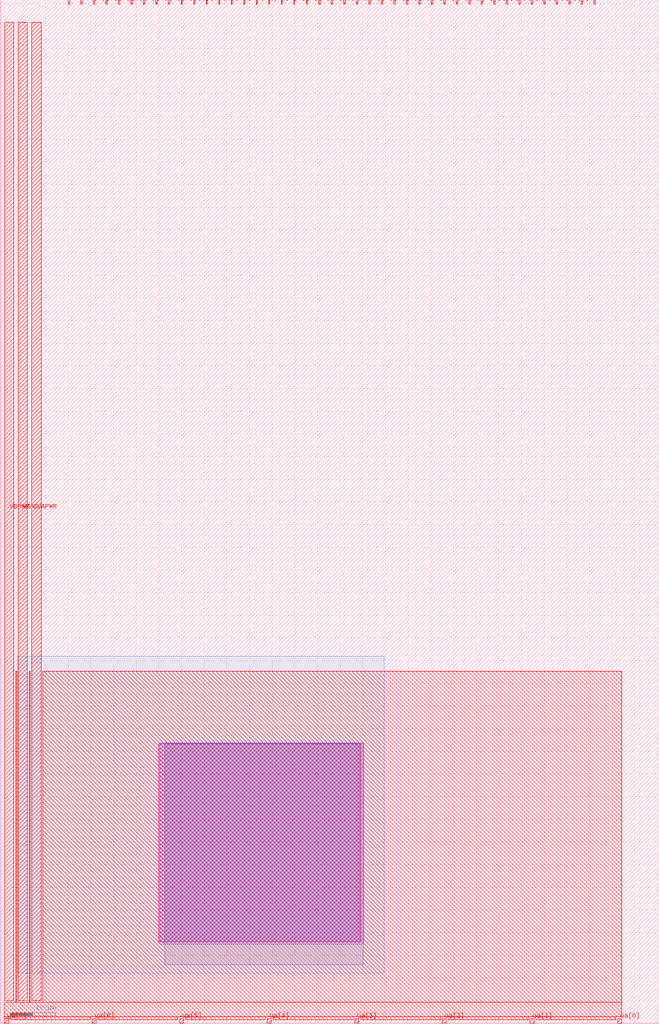
<source format=lef>
MACRO tt_um_mattvenn_adjustable_psu_counter
  CLASS BLOCK ;
  FOREIGN tt_um_mattvenn_adjustable_psu_counter ;
  ORIGIN 0.000 0.000 ;
  SIZE 145.360 BY 225.760 ;
  PIN clk
    DIRECTION INPUT ;
    USE SIGNAL ;
    PORT
      LAYER met4 ;
        RECT 128.190 224.760 128.490 225.760 ;
    END
  END clk
  PIN ena
    DIRECTION INPUT ;
    USE SIGNAL ;
    PORT
      LAYER met4 ;
        RECT 130.950 224.760 131.250 225.760 ;
    END
  END ena
  PIN rst_n
    DIRECTION INPUT ;
    USE SIGNAL ;
    PORT
      LAYER met4 ;
        RECT 125.430 224.760 125.730 225.760 ;
    END
  END rst_n
  PIN ua[0]
    DIRECTION INOUT ;
    USE SIGNAL ;
    ANTENNAGATEAREA 0.196500 ;
    PORT
      LAYER met4 ;
        RECT 136.170 0.000 137.070 1.000 ;
    END
  END ua[0]
  PIN ua[1]
    DIRECTION INOUT ;
    USE SIGNAL ;
    ANTENNAGATEAREA 0.852000 ;
    PORT
      LAYER met4 ;
        RECT 116.850 0.000 117.750 1.000 ;
    END
  END ua[1]
  PIN ua[2]
    DIRECTION INOUT ;
    USE SIGNAL ;
    ANTENNAGATEAREA 0.495000 ;
    ANTENNADIFFAREA 0.891000 ;
    PORT
      LAYER met4 ;
        RECT 97.530 0.000 98.430 1.000 ;
    END
  END ua[2]
  PIN ua[3]
    DIRECTION INOUT ;
    USE SIGNAL ;
    ANTENNAGATEAREA 0.868500 ;
    ANTENNADIFFAREA 0.891000 ;
    PORT
      LAYER met4 ;
        RECT 78.210 0.000 79.110 1.000 ;
    END
  END ua[3]
  PIN ua[4]
    DIRECTION INOUT ;
    USE SIGNAL ;
    ANTENNAGATEAREA 1.363500 ;
    ANTENNADIFFAREA 0.891000 ;
    PORT
      LAYER met4 ;
        RECT 58.890 0.000 59.790 1.000 ;
    END
  END ua[4]
  PIN ua[5]
    DIRECTION INOUT ;
    USE SIGNAL ;
    ANTENNAGATEAREA 1.732500 ;
    ANTENNADIFFAREA 0.891000 ;
    PORT
      LAYER met4 ;
        RECT 39.570 0.000 40.470 1.000 ;
    END
  END ua[5]
  PIN ua[6]
    DIRECTION INOUT ;
    USE SIGNAL ;
    PORT
      LAYER met4 ;
        RECT 20.250 0.000 21.150 1.000 ;
    END
  END ua[6]
  PIN ua[7]
    DIRECTION INOUT ;
    USE SIGNAL ;
    PORT
      LAYER met4 ;
        RECT 0.930 0.000 1.830 1.000 ;
    END
  END ua[7]
  PIN ui_in[0]
    DIRECTION INPUT ;
    USE SIGNAL ;
    PORT
      LAYER met4 ;
        RECT 122.670 224.760 122.970 225.760 ;
    END
  END ui_in[0]
  PIN ui_in[1]
    DIRECTION INPUT ;
    USE SIGNAL ;
    PORT
      LAYER met4 ;
        RECT 119.910 224.760 120.210 225.760 ;
    END
  END ui_in[1]
  PIN ui_in[2]
    DIRECTION INPUT ;
    USE SIGNAL ;
    PORT
      LAYER met4 ;
        RECT 117.150 224.760 117.450 225.760 ;
    END
  END ui_in[2]
  PIN ui_in[3]
    DIRECTION INPUT ;
    USE SIGNAL ;
    PORT
      LAYER met4 ;
        RECT 114.390 224.760 114.690 225.760 ;
    END
  END ui_in[3]
  PIN ui_in[4]
    DIRECTION INPUT ;
    USE SIGNAL ;
    PORT
      LAYER met4 ;
        RECT 111.630 224.760 111.930 225.760 ;
    END
  END ui_in[4]
  PIN ui_in[5]
    DIRECTION INPUT ;
    USE SIGNAL ;
    PORT
      LAYER met4 ;
        RECT 108.870 224.760 109.170 225.760 ;
    END
  END ui_in[5]
  PIN ui_in[6]
    DIRECTION INPUT ;
    USE SIGNAL ;
    PORT
      LAYER met4 ;
        RECT 106.110 224.760 106.410 225.760 ;
    END
  END ui_in[6]
  PIN ui_in[7]
    DIRECTION INPUT ;
    USE SIGNAL ;
    PORT
      LAYER met4 ;
        RECT 103.350 224.760 103.650 225.760 ;
    END
  END ui_in[7]
  PIN uio_in[0]
    DIRECTION INPUT ;
    USE SIGNAL ;
    PORT
      LAYER met4 ;
        RECT 100.590 224.760 100.890 225.760 ;
    END
  END uio_in[0]
  PIN uio_in[1]
    DIRECTION INPUT ;
    USE SIGNAL ;
    PORT
      LAYER met4 ;
        RECT 97.830 224.760 98.130 225.760 ;
    END
  END uio_in[1]
  PIN uio_in[2]
    DIRECTION INPUT ;
    USE SIGNAL ;
    PORT
      LAYER met4 ;
        RECT 95.070 224.760 95.370 225.760 ;
    END
  END uio_in[2]
  PIN uio_in[3]
    DIRECTION INPUT ;
    USE SIGNAL ;
    PORT
      LAYER met4 ;
        RECT 92.310 224.760 92.610 225.760 ;
    END
  END uio_in[3]
  PIN uio_in[4]
    DIRECTION INPUT ;
    USE SIGNAL ;
    PORT
      LAYER met4 ;
        RECT 89.550 224.760 89.850 225.760 ;
    END
  END uio_in[4]
  PIN uio_in[5]
    DIRECTION INPUT ;
    USE SIGNAL ;
    PORT
      LAYER met4 ;
        RECT 86.790 224.760 87.090 225.760 ;
    END
  END uio_in[5]
  PIN uio_in[6]
    DIRECTION INPUT ;
    USE SIGNAL ;
    PORT
      LAYER met4 ;
        RECT 84.030 224.760 84.330 225.760 ;
    END
  END uio_in[6]
  PIN uio_in[7]
    DIRECTION INPUT ;
    USE SIGNAL ;
    PORT
      LAYER met4 ;
        RECT 81.270 224.760 81.570 225.760 ;
    END
  END uio_in[7]
  PIN uio_oe[0]
    DIRECTION OUTPUT ;
    USE SIGNAL ;
    PORT
      LAYER met4 ;
        RECT 34.350 224.760 34.650 225.760 ;
    END
  END uio_oe[0]
  PIN uio_oe[1]
    DIRECTION OUTPUT ;
    USE SIGNAL ;
    PORT
      LAYER met4 ;
        RECT 31.590 224.760 31.890 225.760 ;
    END
  END uio_oe[1]
  PIN uio_oe[2]
    DIRECTION OUTPUT ;
    USE SIGNAL ;
    PORT
      LAYER met4 ;
        RECT 28.830 224.760 29.130 225.760 ;
    END
  END uio_oe[2]
  PIN uio_oe[3]
    DIRECTION OUTPUT ;
    USE SIGNAL ;
    PORT
      LAYER met4 ;
        RECT 26.070 224.760 26.370 225.760 ;
    END
  END uio_oe[3]
  PIN uio_oe[4]
    DIRECTION OUTPUT ;
    USE SIGNAL ;
    PORT
      LAYER met4 ;
        RECT 23.310 224.760 23.610 225.760 ;
    END
  END uio_oe[4]
  PIN uio_oe[5]
    DIRECTION OUTPUT ;
    USE SIGNAL ;
    PORT
      LAYER met4 ;
        RECT 20.550 224.760 20.850 225.760 ;
    END
  END uio_oe[5]
  PIN uio_oe[6]
    DIRECTION OUTPUT ;
    USE SIGNAL ;
    PORT
      LAYER met4 ;
        RECT 17.790 224.760 18.090 225.760 ;
    END
  END uio_oe[6]
  PIN uio_oe[7]
    DIRECTION OUTPUT ;
    USE SIGNAL ;
    PORT
      LAYER met4 ;
        RECT 15.030 224.760 15.330 225.760 ;
    END
  END uio_oe[7]
  PIN uio_out[0]
    DIRECTION OUTPUT ;
    USE SIGNAL ;
    PORT
      LAYER met4 ;
        RECT 56.430 224.760 56.730 225.760 ;
    END
  END uio_out[0]
  PIN uio_out[1]
    DIRECTION OUTPUT ;
    USE SIGNAL ;
    PORT
      LAYER met4 ;
        RECT 53.670 224.760 53.970 225.760 ;
    END
  END uio_out[1]
  PIN uio_out[2]
    DIRECTION OUTPUT ;
    USE SIGNAL ;
    PORT
      LAYER met4 ;
        RECT 50.910 224.760 51.210 225.760 ;
    END
  END uio_out[2]
  PIN uio_out[3]
    DIRECTION OUTPUT ;
    USE SIGNAL ;
    PORT
      LAYER met4 ;
        RECT 48.150 224.760 48.450 225.760 ;
    END
  END uio_out[3]
  PIN uio_out[4]
    DIRECTION OUTPUT ;
    USE SIGNAL ;
    PORT
      LAYER met4 ;
        RECT 45.390 224.760 45.690 225.760 ;
    END
  END uio_out[4]
  PIN uio_out[5]
    DIRECTION OUTPUT ;
    USE SIGNAL ;
    PORT
      LAYER met4 ;
        RECT 42.630 224.760 42.930 225.760 ;
    END
  END uio_out[5]
  PIN uio_out[6]
    DIRECTION OUTPUT ;
    USE SIGNAL ;
    PORT
      LAYER met4 ;
        RECT 39.870 224.760 40.170 225.760 ;
    END
  END uio_out[6]
  PIN uio_out[7]
    DIRECTION OUTPUT ;
    USE SIGNAL ;
    PORT
      LAYER met4 ;
        RECT 37.110 224.760 37.410 225.760 ;
    END
  END uio_out[7]
  PIN uo_out[0]
    DIRECTION OUTPUT ;
    USE SIGNAL ;
    PORT
      LAYER met4 ;
        RECT 78.510 224.760 78.810 225.760 ;
    END
  END uo_out[0]
  PIN uo_out[1]
    DIRECTION OUTPUT ;
    USE SIGNAL ;
    PORT
      LAYER met4 ;
        RECT 75.750 224.760 76.050 225.760 ;
    END
  END uo_out[1]
  PIN uo_out[2]
    DIRECTION OUTPUT ;
    USE SIGNAL ;
    PORT
      LAYER met4 ;
        RECT 72.990 224.760 73.290 225.760 ;
    END
  END uo_out[2]
  PIN uo_out[3]
    DIRECTION OUTPUT ;
    USE SIGNAL ;
    PORT
      LAYER met4 ;
        RECT 70.230 224.760 70.530 225.760 ;
    END
  END uo_out[3]
  PIN uo_out[4]
    DIRECTION OUTPUT ;
    USE SIGNAL ;
    PORT
      LAYER met4 ;
        RECT 67.470 224.760 67.770 225.760 ;
    END
  END uo_out[4]
  PIN uo_out[5]
    DIRECTION OUTPUT ;
    USE SIGNAL ;
    PORT
      LAYER met4 ;
        RECT 64.710 224.760 65.010 225.760 ;
    END
  END uo_out[5]
  PIN uo_out[6]
    DIRECTION OUTPUT ;
    USE SIGNAL ;
    PORT
      LAYER met4 ;
        RECT 61.950 224.760 62.250 225.760 ;
    END
  END uo_out[6]
  PIN uo_out[7]
    DIRECTION OUTPUT ;
    USE SIGNAL ;
    PORT
      LAYER met4 ;
        RECT 59.190 224.760 59.490 225.760 ;
    END
  END uo_out[7]
  PIN VDPWR
    DIRECTION INOUT ;
    USE POWER ;
    PORT
      LAYER met4 ;
        RECT 1.000 5.000 3.000 220.760 ;
    END
  END VDPWR
  PIN VGND
    DIRECTION INOUT ;
    USE GROUND ;
    PORT
      LAYER met4 ;
        RECT 4.000 5.000 6.000 220.760 ;
    END
  END VGND
  PIN VAPWR
    DIRECTION INOUT ;
    USE POWER ;
    PORT
      LAYER met4 ;
        RECT 7.000 5.000 9.000 220.760 ;
    END
  END VAPWR
  OBS
      LAYER nwell ;
        RECT 35.000 17.985 79.540 61.675 ;
      LAYER li1 ;
        RECT 35.190 17.985 79.350 61.675 ;
      LAYER met1 ;
        RECT 35.190 17.430 80.150 61.830 ;
      LAYER met2 ;
        RECT 36.300 12.890 80.120 61.775 ;
      LAYER met3 ;
        RECT 3.880 11.020 84.680 80.970 ;
      LAYER met4 ;
        RECT 3.400 4.600 3.600 77.690 ;
        RECT 6.400 4.600 6.600 77.690 ;
        RECT 9.400 4.600 137.070 77.690 ;
        RECT 0.930 1.400 137.070 4.600 ;
        RECT 0.930 1.000 1.830 1.400 ;
        RECT 2.230 0.770 19.850 1.400 ;
        RECT 21.550 0.770 39.170 1.400 ;
        RECT 40.870 0.770 58.490 1.400 ;
        RECT 60.190 0.770 77.810 1.400 ;
        RECT 79.510 0.770 97.130 1.400 ;
        RECT 98.830 0.770 116.450 1.400 ;
        RECT 118.150 0.770 135.770 1.400 ;
  END
END tt_um_mattvenn_adjustable_psu_counter
END LIBRARY


</source>
